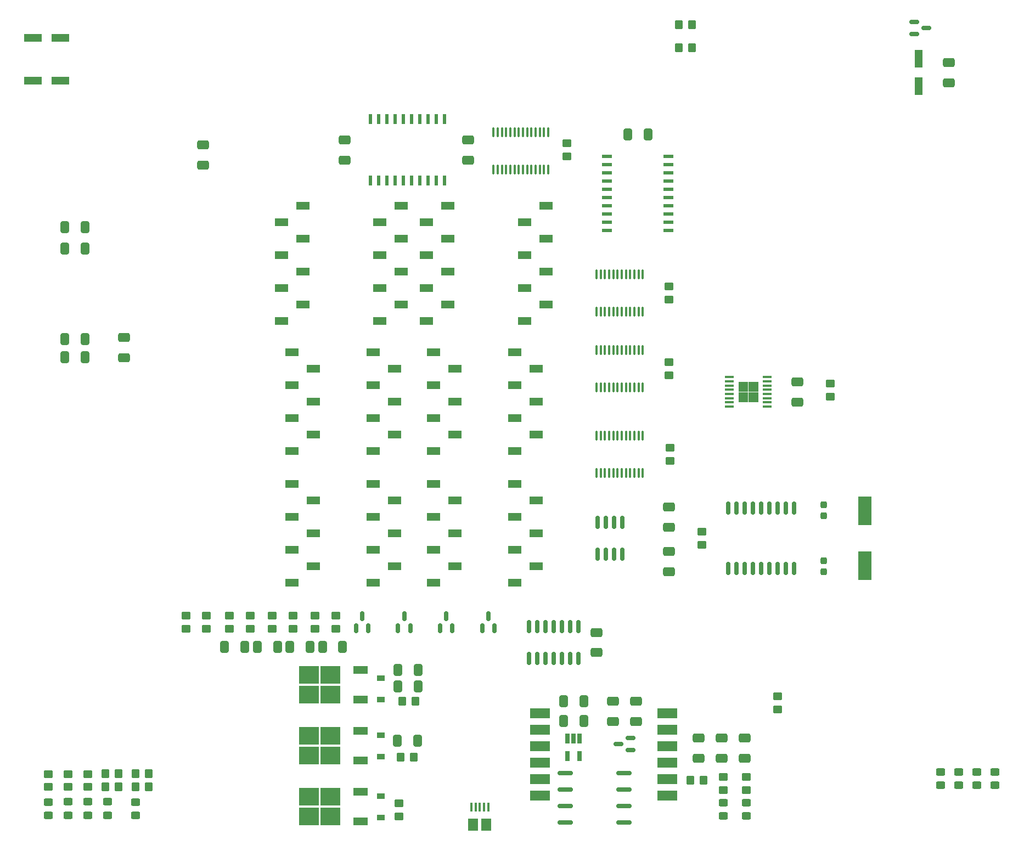
<source format=gtp>
%TF.GenerationSoftware,KiCad,Pcbnew,(6.0.1)*%
%TF.CreationDate,2023-04-18T18:32:32-04:00*%
%TF.ProjectId,Payload_PCB_v3.1,5061796c-6f61-4645-9f50-43425f76332e,rev?*%
%TF.SameCoordinates,Original*%
%TF.FileFunction,Paste,Top*%
%TF.FilePolarity,Positive*%
%FSLAX46Y46*%
G04 Gerber Fmt 4.6, Leading zero omitted, Abs format (unit mm)*
G04 Created by KiCad (PCBNEW (6.0.1)) date 2023-04-18 18:32:32*
%MOMM*%
%LPD*%
G01*
G04 APERTURE LIST*
G04 Aperture macros list*
%AMRoundRect*
0 Rectangle with rounded corners*
0 $1 Rounding radius*
0 $2 $3 $4 $5 $6 $7 $8 $9 X,Y pos of 4 corners*
0 Add a 4 corners polygon primitive as box body*
4,1,4,$2,$3,$4,$5,$6,$7,$8,$9,$2,$3,0*
0 Add four circle primitives for the rounded corners*
1,1,$1+$1,$2,$3*
1,1,$1+$1,$4,$5*
1,1,$1+$1,$6,$7*
1,1,$1+$1,$8,$9*
0 Add four rect primitives between the rounded corners*
20,1,$1+$1,$2,$3,$4,$5,0*
20,1,$1+$1,$4,$5,$6,$7,0*
20,1,$1+$1,$6,$7,$8,$9,0*
20,1,$1+$1,$8,$9,$2,$3,0*%
G04 Aperture macros list end*
%ADD10C,0.100000*%
%ADD11RoundRect,0.250000X-0.650000X0.412500X-0.650000X-0.412500X0.650000X-0.412500X0.650000X0.412500X0*%
%ADD12RoundRect,0.100000X0.100000X-0.637500X0.100000X0.637500X-0.100000X0.637500X-0.100000X-0.637500X0*%
%ADD13RoundRect,0.250000X-0.450000X0.350000X-0.450000X-0.350000X0.450000X-0.350000X0.450000X0.350000X0*%
%ADD14R,0.400000X1.350000*%
%ADD15R,1.500000X1.900000*%
%ADD16RoundRect,0.250000X0.650000X-0.412500X0.650000X0.412500X-0.650000X0.412500X-0.650000X-0.412500X0*%
%ADD17RoundRect,0.250000X0.450000X-0.325000X0.450000X0.325000X-0.450000X0.325000X-0.450000X-0.325000X0*%
%ADD18RoundRect,0.250000X0.412500X0.650000X-0.412500X0.650000X-0.412500X-0.650000X0.412500X-0.650000X0*%
%ADD19RoundRect,0.250000X-0.350000X-0.450000X0.350000X-0.450000X0.350000X0.450000X-0.350000X0.450000X0*%
%ADD20RoundRect,0.250000X0.450000X-0.350000X0.450000X0.350000X-0.450000X0.350000X-0.450000X-0.350000X0*%
%ADD21RoundRect,0.250000X-0.412500X-0.650000X0.412500X-0.650000X0.412500X0.650000X-0.412500X0.650000X0*%
%ADD22R,2.717800X1.219200*%
%ADD23RoundRect,0.162500X-1.012500X-0.162500X1.012500X-0.162500X1.012500X0.162500X-1.012500X0.162500X0*%
%ADD24RoundRect,0.250000X0.350000X0.450000X-0.350000X0.450000X-0.350000X-0.450000X0.350000X-0.450000X0*%
%ADD25RoundRect,0.100000X-0.100000X0.637500X-0.100000X-0.637500X0.100000X-0.637500X0.100000X0.637500X0*%
%ADD26RoundRect,0.150000X0.150000X-0.825000X0.150000X0.825000X-0.150000X0.825000X-0.150000X-0.825000X0*%
%ADD27R,3.050000X2.750000*%
%ADD28R,2.200000X1.200000*%
%ADD29RoundRect,0.250000X-0.450000X0.325000X-0.450000X-0.325000X0.450000X-0.325000X0.450000X0.325000X0*%
%ADD30RoundRect,0.150000X-0.587500X-0.150000X0.587500X-0.150000X0.587500X0.150000X-0.587500X0.150000X0*%
%ADD31RoundRect,0.150000X0.150000X-0.587500X0.150000X0.587500X-0.150000X0.587500X-0.150000X-0.587500X0*%
%ADD32R,1.500000X0.600000*%
%ADD33R,2.100000X1.200000*%
%ADD34R,1.473200X0.355600*%
%ADD35RoundRect,0.237500X0.237500X-0.300000X0.237500X0.300000X-0.237500X0.300000X-0.237500X-0.300000X0*%
%ADD36R,1.219200X2.717800*%
%ADD37RoundRect,0.237500X-0.237500X0.300000X-0.237500X-0.300000X0.237500X-0.300000X0.237500X0.300000X0*%
%ADD38R,1.200000X0.900000*%
%ADD39R,3.150000X1.524000*%
%ADD40RoundRect,0.150000X0.150000X-0.875000X0.150000X0.875000X-0.150000X0.875000X-0.150000X-0.875000X0*%
%ADD41R,0.650000X1.560000*%
%ADD42R,2.000000X4.500000*%
%ADD43R,0.600000X1.500000*%
%ADD44RoundRect,0.150000X0.587500X0.150000X-0.587500X0.150000X-0.587500X-0.150000X0.587500X-0.150000X0*%
G04 APERTURE END LIST*
D10*
%TO.C,U17*%
X173505800Y-93318000D02*
X173505800Y-94718200D01*
X173505800Y-94718200D02*
X174906000Y-94718200D01*
X174906000Y-94718200D02*
X174906000Y-93318000D01*
X174906000Y-93318000D02*
X173505800Y-93318000D01*
G36*
X174906000Y-94718200D02*
G01*
X173505800Y-94718200D01*
X173505800Y-93318000D01*
X174906000Y-93318000D01*
X174906000Y-94718200D01*
G37*
X174906000Y-94718200D02*
X173505800Y-94718200D01*
X173505800Y-93318000D01*
X174906000Y-93318000D01*
X174906000Y-94718200D01*
X175106000Y-91717800D02*
X175106000Y-93118000D01*
X175106000Y-93118000D02*
X176506200Y-93118000D01*
X176506200Y-93118000D02*
X176506200Y-91717800D01*
X176506200Y-91717800D02*
X175106000Y-91717800D01*
G36*
X176506200Y-93118000D02*
G01*
X175106000Y-93118000D01*
X175106000Y-91717800D01*
X176506200Y-91717800D01*
X176506200Y-93118000D01*
G37*
X176506200Y-93118000D02*
X175106000Y-93118000D01*
X175106000Y-91717800D01*
X176506200Y-91717800D01*
X176506200Y-93118000D01*
X173505800Y-91717800D02*
X173505800Y-93118000D01*
X173505800Y-93118000D02*
X174906000Y-93118000D01*
X174906000Y-93118000D02*
X174906000Y-91717800D01*
X174906000Y-91717800D02*
X173505800Y-91717800D01*
G36*
X174906000Y-93118000D02*
G01*
X173505800Y-93118000D01*
X173505800Y-91717800D01*
X174906000Y-91717800D01*
X174906000Y-93118000D01*
G37*
X174906000Y-93118000D02*
X173505800Y-93118000D01*
X173505800Y-91717800D01*
X174906000Y-91717800D01*
X174906000Y-93118000D01*
X175106000Y-93318000D02*
X175106000Y-94718200D01*
X175106000Y-94718200D02*
X176506200Y-94718200D01*
X176506200Y-94718200D02*
X176506200Y-93318000D01*
X176506200Y-93318000D02*
X175106000Y-93318000D01*
G36*
X176506200Y-94718200D02*
G01*
X175106000Y-94718200D01*
X175106000Y-93318000D01*
X176506200Y-93318000D01*
X176506200Y-94718200D01*
G37*
X176506200Y-94718200D02*
X175106000Y-94718200D01*
X175106000Y-93318000D01*
X176506200Y-93318000D01*
X176506200Y-94718200D01*
%TD*%
D11*
%TO.C,C19*%
X151638000Y-130328500D03*
X151638000Y-133453500D03*
%TD*%
D12*
%TO.C,U16*%
X135729000Y-58869500D03*
X136379000Y-58869500D03*
X137029000Y-58869500D03*
X137679000Y-58869500D03*
X138329000Y-58869500D03*
X138979000Y-58869500D03*
X139629000Y-58869500D03*
X140279000Y-58869500D03*
X140929000Y-58869500D03*
X141579000Y-58869500D03*
X142229000Y-58869500D03*
X142879000Y-58869500D03*
X143529000Y-58869500D03*
X144179000Y-58869500D03*
X144179000Y-53144500D03*
X143529000Y-53144500D03*
X142879000Y-53144500D03*
X142229000Y-53144500D03*
X141579000Y-53144500D03*
X140929000Y-53144500D03*
X140279000Y-53144500D03*
X139629000Y-53144500D03*
X138979000Y-53144500D03*
X138329000Y-53144500D03*
X137679000Y-53144500D03*
X137029000Y-53144500D03*
X136379000Y-53144500D03*
X135729000Y-53144500D03*
%TD*%
D13*
%TO.C,R13*%
X104775000Y-127778000D03*
X104775000Y-129778000D03*
%TD*%
D14*
%TO.C,J18*%
X132304000Y-157287500D03*
X132954000Y-157287500D03*
X133604000Y-157287500D03*
X134254000Y-157287500D03*
X134904000Y-157287500D03*
D15*
X134604000Y-159987500D03*
X132604000Y-159987500D03*
%TD*%
D13*
%TO.C,R25*%
X187706000Y-91964000D03*
X187706000Y-93964000D03*
%TD*%
D11*
%TO.C,C26*%
X182626000Y-91655500D03*
X182626000Y-94780500D03*
%TD*%
%TO.C,C29*%
X162814000Y-110959500D03*
X162814000Y-114084500D03*
%TD*%
D16*
%TO.C,C13*%
X78740000Y-87922500D03*
X78740000Y-84797500D03*
%TD*%
D17*
%TO.C,D6*%
X80518000Y-158539000D03*
X80518000Y-156489000D03*
%TD*%
D18*
%TO.C,C12*%
X72682500Y-67818000D03*
X69557500Y-67818000D03*
%TD*%
D19*
%TO.C,R3*%
X121428000Y-149606000D03*
X123428000Y-149606000D03*
%TD*%
D20*
%TO.C,R18*%
X70104000Y-154178000D03*
X70104000Y-152178000D03*
%TD*%
D21*
%TO.C,C17*%
X104304700Y-132588000D03*
X107429700Y-132588000D03*
%TD*%
D18*
%TO.C,C7*%
X72682500Y-87884000D03*
X69557500Y-87884000D03*
%TD*%
D13*
%TO.C,R11*%
X91440000Y-127762000D03*
X91440000Y-129762000D03*
%TD*%
D22*
%TO.C,C5*%
X68897500Y-38608000D03*
X64706500Y-38608000D03*
%TD*%
D19*
%TO.C,R15*%
X75835000Y-154194000D03*
X77835000Y-154194000D03*
%TD*%
D23*
%TO.C,U19*%
X146779000Y-152019000D03*
X146779000Y-154559000D03*
X146779000Y-157099000D03*
X146779000Y-159639000D03*
X155829000Y-159639000D03*
X155829000Y-157099000D03*
X155829000Y-154559000D03*
X155829000Y-152019000D03*
%TD*%
D24*
%TO.C,R23*%
X166354000Y-40132000D03*
X164354000Y-40132000D03*
%TD*%
D21*
%TO.C,C18*%
X109333900Y-132588000D03*
X112458900Y-132588000D03*
%TD*%
D20*
%TO.C,R8*%
X94996000Y-129778000D03*
X94996000Y-127778000D03*
%TD*%
D18*
%TO.C,C8*%
X72682500Y-85090000D03*
X69557500Y-85090000D03*
%TD*%
D25*
%TO.C,U7*%
X158769000Y-75115500D03*
X158119000Y-75115500D03*
X157469000Y-75115500D03*
X156819000Y-75115500D03*
X156169000Y-75115500D03*
X155519000Y-75115500D03*
X154869000Y-75115500D03*
X154219000Y-75115500D03*
X153569000Y-75115500D03*
X152919000Y-75115500D03*
X152269000Y-75115500D03*
X151619000Y-75115500D03*
X151619000Y-80840500D03*
X152269000Y-80840500D03*
X152919000Y-80840500D03*
X153569000Y-80840500D03*
X154219000Y-80840500D03*
X154869000Y-80840500D03*
X155519000Y-80840500D03*
X156169000Y-80840500D03*
X156819000Y-80840500D03*
X157469000Y-80840500D03*
X158119000Y-80840500D03*
X158769000Y-80840500D03*
%TD*%
D11*
%TO.C,C33*%
X170942000Y-146646500D03*
X170942000Y-149771500D03*
%TD*%
D17*
%TO.C,D8*%
X67056000Y-158539000D03*
X67056000Y-156489000D03*
%TD*%
D26*
%TO.C,U22*%
X151765000Y-118299000D03*
X153035000Y-118299000D03*
X154305000Y-118299000D03*
X155575000Y-118299000D03*
X155575000Y-113349000D03*
X154305000Y-113349000D03*
X153035000Y-113349000D03*
X151765000Y-113349000D03*
%TD*%
D27*
%TO.C,Q3*%
X107223000Y-158751000D03*
X110573000Y-155701000D03*
X110573000Y-158751000D03*
X107223000Y-155701000D03*
D28*
X115198000Y-159506000D03*
X115198000Y-154946000D03*
%TD*%
D21*
%TO.C,C15*%
X94234000Y-132588000D03*
X97359000Y-132588000D03*
%TD*%
D29*
%TO.C,D16*%
X210312000Y-151883000D03*
X210312000Y-153933000D03*
%TD*%
D13*
%TO.C,R1*%
X162814000Y-76978000D03*
X162814000Y-78978000D03*
%TD*%
D30*
%TO.C,Q4*%
X200611500Y-36134000D03*
X200611500Y-38034000D03*
X202486500Y-37084000D03*
%TD*%
D13*
%TO.C,R14*%
X111379000Y-127762000D03*
X111379000Y-129762000D03*
%TD*%
D21*
%TO.C,C27*%
X146519500Y-144018000D03*
X149644500Y-144018000D03*
%TD*%
D26*
%TO.C,U13*%
X141224000Y-134366000D03*
X142494000Y-134366000D03*
X143764000Y-134366000D03*
X145034000Y-134366000D03*
X146304000Y-134366000D03*
X147574000Y-134366000D03*
X148844000Y-134366000D03*
X148844000Y-129416000D03*
X147574000Y-129416000D03*
X146304000Y-129416000D03*
X145034000Y-129416000D03*
X143764000Y-129416000D03*
X142494000Y-129416000D03*
X141224000Y-129416000D03*
%TD*%
D16*
%TO.C,C22*%
X205994000Y-45504500D03*
X205994000Y-42379500D03*
%TD*%
D20*
%TO.C,R5*%
X88265000Y-129762000D03*
X88265000Y-127762000D03*
%TD*%
D31*
%TO.C,D11*%
X127493000Y-129715500D03*
X129393000Y-129715500D03*
X128443000Y-127840500D03*
%TD*%
D32*
%TO.C,U15*%
X153238000Y-56896000D03*
X153238000Y-58166000D03*
X153238000Y-59436000D03*
X153238000Y-60706000D03*
X153238000Y-61976000D03*
X153238000Y-63246000D03*
X153238000Y-64516000D03*
X153238000Y-65786000D03*
X153238000Y-67056000D03*
X153238000Y-68326000D03*
X162738000Y-68326000D03*
X162738000Y-67056000D03*
X162738000Y-65786000D03*
X162738000Y-64516000D03*
X162738000Y-63246000D03*
X162738000Y-61976000D03*
X162738000Y-60706000D03*
X162738000Y-59436000D03*
X162738000Y-58166000D03*
X162738000Y-56896000D03*
%TD*%
D24*
%TO.C,R22*%
X166354000Y-36576000D03*
X164354000Y-36576000D03*
%TD*%
D22*
%TO.C,C10*%
X68897500Y-45212000D03*
X64706500Y-45212000D03*
%TD*%
D13*
%TO.C,R27*%
X171196000Y-152670000D03*
X171196000Y-154670000D03*
%TD*%
D20*
%TO.C,R17*%
X73152000Y-154178000D03*
X73152000Y-152178000D03*
%TD*%
D27*
%TO.C,Q1*%
X107223000Y-139955000D03*
X110573000Y-139955000D03*
X110573000Y-136905000D03*
X107223000Y-136905000D03*
D28*
X115198000Y-140710000D03*
X115198000Y-136150000D03*
%TD*%
D24*
%TO.C,R21*%
X82534000Y-152146000D03*
X80534000Y-152146000D03*
%TD*%
D13*
%TO.C,R26*%
X174752000Y-152670000D03*
X174752000Y-154670000D03*
%TD*%
D29*
%TO.C,D15*%
X213106000Y-151883000D03*
X213106000Y-153933000D03*
%TD*%
D33*
%TO.C,U6*%
X126446000Y-107433000D03*
X129746000Y-109973000D03*
X126446000Y-112513000D03*
X129746000Y-115053000D03*
X126446000Y-117593000D03*
X129746000Y-120133000D03*
X126446000Y-122673000D03*
X138966000Y-122629000D03*
X142266000Y-120089000D03*
X138966000Y-117549000D03*
X142266000Y-115009000D03*
X138966000Y-112469000D03*
X142266000Y-109929000D03*
X138966000Y-107389000D03*
%TD*%
D34*
%TO.C,U17*%
X172085000Y-90943001D03*
X172085000Y-91592999D03*
X172085000Y-92243001D03*
X172085000Y-92892999D03*
X172085000Y-93542998D03*
X172085000Y-94192999D03*
X172085000Y-94842998D03*
X172085000Y-95492999D03*
X177927000Y-95492999D03*
X177927000Y-94843001D03*
X177927000Y-94192999D03*
X177927000Y-93543001D03*
X177927000Y-92893002D03*
X177927000Y-92243001D03*
X177927000Y-91593002D03*
X177927000Y-90943001D03*
%TD*%
D35*
%TO.C,C30*%
X186690000Y-112368500D03*
X186690000Y-110643500D03*
%TD*%
D11*
%TO.C,C32*%
X157734000Y-140931500D03*
X157734000Y-144056500D03*
%TD*%
D19*
%TO.C,R16*%
X80534000Y-154178000D03*
X82534000Y-154178000D03*
%TD*%
D36*
%TO.C,C20*%
X201295000Y-41846500D03*
X201295000Y-46037500D03*
%TD*%
D37*
%TO.C,C31*%
X186690000Y-119279500D03*
X186690000Y-121004500D03*
%TD*%
D38*
%TO.C,D3*%
X118364000Y-155576000D03*
X118364000Y-158876000D03*
%TD*%
D13*
%TO.C,R12*%
X98171000Y-127778000D03*
X98171000Y-129778000D03*
%TD*%
D18*
%TO.C,C23*%
X159550500Y-53467000D03*
X156425500Y-53467000D03*
%TD*%
D17*
%TO.C,D18*%
X171196000Y-158648000D03*
X171196000Y-156598000D03*
%TD*%
D27*
%TO.C,Q2*%
X107223000Y-149353000D03*
X110573000Y-149353000D03*
X110573000Y-146303000D03*
X107223000Y-146303000D03*
D28*
X115198000Y-150108000D03*
X115198000Y-145548000D03*
%TD*%
D33*
%TO.C,U1*%
X106330000Y-64518000D03*
X103030000Y-67058000D03*
X106330000Y-69598000D03*
X103030000Y-72138000D03*
X106330000Y-74678000D03*
X103030000Y-77218000D03*
X106330000Y-79758000D03*
X103030000Y-82298000D03*
X118198000Y-82296000D03*
X121498000Y-79756000D03*
X118198000Y-77216000D03*
X121498000Y-74676000D03*
X118198000Y-72136000D03*
X121498000Y-69596000D03*
X118198000Y-67056000D03*
X121498000Y-64516000D03*
%TD*%
D25*
%TO.C,U8*%
X158769000Y-86799500D03*
X158119000Y-86799500D03*
X157469000Y-86799500D03*
X156819000Y-86799500D03*
X156169000Y-86799500D03*
X155519000Y-86799500D03*
X154869000Y-86799500D03*
X154219000Y-86799500D03*
X153569000Y-86799500D03*
X152919000Y-86799500D03*
X152269000Y-86799500D03*
X151619000Y-86799500D03*
X151619000Y-92524500D03*
X152269000Y-92524500D03*
X152919000Y-92524500D03*
X153569000Y-92524500D03*
X154219000Y-92524500D03*
X154869000Y-92524500D03*
X155519000Y-92524500D03*
X156169000Y-92524500D03*
X156819000Y-92524500D03*
X157469000Y-92524500D03*
X158119000Y-92524500D03*
X158769000Y-92524500D03*
%TD*%
D18*
%TO.C,C11*%
X72682500Y-71120000D03*
X69557500Y-71120000D03*
%TD*%
D13*
%TO.C,R7*%
X162814000Y-88646000D03*
X162814000Y-90646000D03*
%TD*%
D17*
%TO.C,D7*%
X70104000Y-158530000D03*
X70104000Y-156480000D03*
%TD*%
D33*
%TO.C,U5*%
X104602000Y-107433000D03*
X107902000Y-109973000D03*
X104602000Y-112513000D03*
X107902000Y-115053000D03*
X104602000Y-117593000D03*
X107902000Y-120133000D03*
X104602000Y-122673000D03*
X117122000Y-122629000D03*
X120422000Y-120089000D03*
X117122000Y-117549000D03*
X120422000Y-115009000D03*
X117122000Y-112469000D03*
X120422000Y-109929000D03*
X117122000Y-107389000D03*
%TD*%
D20*
%TO.C,R6*%
X101600000Y-129778000D03*
X101600000Y-127778000D03*
%TD*%
D31*
%TO.C,D12*%
X133993000Y-129715500D03*
X135893000Y-129715500D03*
X134943000Y-127840500D03*
%TD*%
D39*
%TO.C,J13*%
X162505747Y-155521500D03*
X162505747Y-152981500D03*
X162505747Y-150441500D03*
X162505747Y-147901500D03*
X162505747Y-145361500D03*
X162505747Y-142821500D03*
X142905751Y-142821500D03*
X142905751Y-145361500D03*
X142905751Y-147901500D03*
X142905751Y-150441500D03*
X142905751Y-152981500D03*
X142905751Y-155521500D03*
%TD*%
D40*
%TO.C,U23*%
X171958000Y-120474000D03*
X173228000Y-120474000D03*
X174498000Y-120474000D03*
X175768000Y-120474000D03*
X177038000Y-120474000D03*
X178308000Y-120474000D03*
X179578000Y-120474000D03*
X180848000Y-120474000D03*
X182118000Y-120474000D03*
X182118000Y-111174000D03*
X180848000Y-111174000D03*
X179578000Y-111174000D03*
X178308000Y-111174000D03*
X177038000Y-111174000D03*
X175768000Y-111174000D03*
X174498000Y-111174000D03*
X173228000Y-111174000D03*
X171958000Y-111174000D03*
%TD*%
D16*
%TO.C,C21*%
X131826000Y-57442500D03*
X131826000Y-54317500D03*
%TD*%
D13*
%TO.C,R10*%
X162941000Y-101870000D03*
X162941000Y-103870000D03*
%TD*%
D25*
%TO.C,U10*%
X158769000Y-100007500D03*
X158119000Y-100007500D03*
X157469000Y-100007500D03*
X156819000Y-100007500D03*
X156169000Y-100007500D03*
X155519000Y-100007500D03*
X154869000Y-100007500D03*
X154219000Y-100007500D03*
X153569000Y-100007500D03*
X152919000Y-100007500D03*
X152269000Y-100007500D03*
X151619000Y-100007500D03*
X151619000Y-105732500D03*
X152269000Y-105732500D03*
X152919000Y-105732500D03*
X153569000Y-105732500D03*
X154219000Y-105732500D03*
X154869000Y-105732500D03*
X155519000Y-105732500D03*
X156169000Y-105732500D03*
X156819000Y-105732500D03*
X157469000Y-105732500D03*
X158119000Y-105732500D03*
X158769000Y-105732500D03*
%TD*%
D20*
%TO.C,R19*%
X67056000Y-154178000D03*
X67056000Y-152178000D03*
%TD*%
D16*
%TO.C,C2*%
X90932000Y-58204500D03*
X90932000Y-55079500D03*
%TD*%
D20*
%TO.C,R24*%
X147066000Y-56880000D03*
X147066000Y-54880000D03*
%TD*%
D41*
%TO.C,U20*%
X149032000Y-146732000D03*
X148082000Y-146732000D03*
X147132000Y-146732000D03*
X147132000Y-149432000D03*
X149032000Y-149432000D03*
%TD*%
D20*
%TO.C,R9*%
X108204000Y-129762000D03*
X108204000Y-127762000D03*
%TD*%
D31*
%TO.C,D9*%
X114493000Y-129715500D03*
X116393000Y-129715500D03*
X115443000Y-127840500D03*
%TD*%
D33*
%TO.C,U4*%
X126446000Y-87113000D03*
X129746000Y-89653000D03*
X126446000Y-92193000D03*
X129746000Y-94733000D03*
X126446000Y-97273000D03*
X129746000Y-99813000D03*
X126446000Y-102353000D03*
X138966000Y-102309000D03*
X142266000Y-99769000D03*
X138966000Y-97229000D03*
X142266000Y-94689000D03*
X138966000Y-92149000D03*
X142266000Y-89609000D03*
X138966000Y-87069000D03*
%TD*%
D38*
%TO.C,D1*%
X118325500Y-137415000D03*
X118325500Y-140715000D03*
%TD*%
D33*
%TO.C,U3*%
X104602000Y-87113000D03*
X107902000Y-89653000D03*
X104602000Y-92193000D03*
X107902000Y-94733000D03*
X104602000Y-97273000D03*
X107902000Y-99813000D03*
X104602000Y-102353000D03*
X117122000Y-102309000D03*
X120422000Y-99769000D03*
X117122000Y-97229000D03*
X120422000Y-94689000D03*
X117122000Y-92149000D03*
X120422000Y-89609000D03*
X117122000Y-87069000D03*
%TD*%
D19*
%TO.C,R2*%
X121682000Y-140970000D03*
X123682000Y-140970000D03*
%TD*%
D20*
%TO.C,R4*%
X121158000Y-158734000D03*
X121158000Y-156734000D03*
%TD*%
%TO.C,R30*%
X167894000Y-116824000D03*
X167894000Y-114824000D03*
%TD*%
D31*
%TO.C,D10*%
X120993000Y-129715500D03*
X122893000Y-129715500D03*
X121943000Y-127840500D03*
%TD*%
D24*
%TO.C,R20*%
X77835000Y-152162000D03*
X75835000Y-152162000D03*
%TD*%
D18*
%TO.C,C1*%
X124117500Y-136144000D03*
X120992500Y-136144000D03*
%TD*%
D17*
%TO.C,D5*%
X73152000Y-158530000D03*
X73152000Y-156480000D03*
%TD*%
D11*
%TO.C,C24*%
X112776000Y-54317500D03*
X112776000Y-57442500D03*
%TD*%
D29*
%TO.C,D14*%
X207518000Y-151883000D03*
X207518000Y-153933000D03*
%TD*%
D38*
%TO.C,D2*%
X118364000Y-146178000D03*
X118364000Y-149478000D03*
%TD*%
D17*
%TO.C,D17*%
X174752000Y-158641000D03*
X174752000Y-156591000D03*
%TD*%
D11*
%TO.C,C14*%
X154178000Y-140931500D03*
X154178000Y-144056500D03*
%TD*%
%TO.C,C36*%
X174498000Y-146646500D03*
X174498000Y-149771500D03*
%TD*%
D21*
%TO.C,C16*%
X99275500Y-132588000D03*
X102400500Y-132588000D03*
%TD*%
D24*
%TO.C,R28*%
X168132000Y-153162000D03*
X166132000Y-153162000D03*
%TD*%
D42*
%TO.C,Y1*%
X193040000Y-120074000D03*
X193040000Y-111574000D03*
%TD*%
D29*
%TO.C,D13*%
X204724000Y-151883000D03*
X204724000Y-153933000D03*
%TD*%
D43*
%TO.C,U18*%
X116713000Y-60630000D03*
X117983000Y-60630000D03*
X119253000Y-60630000D03*
X120523000Y-60630000D03*
X121793000Y-60630000D03*
X123063000Y-60630000D03*
X124333000Y-60630000D03*
X125603000Y-60630000D03*
X126873000Y-60630000D03*
X128143000Y-60630000D03*
X128143000Y-51130000D03*
X126873000Y-51130000D03*
X125603000Y-51130000D03*
X124333000Y-51130000D03*
X123063000Y-51130000D03*
X121793000Y-51130000D03*
X120523000Y-51130000D03*
X119253000Y-51130000D03*
X117983000Y-51130000D03*
X116713000Y-51130000D03*
%TD*%
D13*
%TO.C,R29*%
X179578000Y-140224000D03*
X179578000Y-142224000D03*
%TD*%
D17*
%TO.C,D4*%
X76200000Y-158530000D03*
X76200000Y-156480000D03*
%TD*%
D44*
%TO.C,D19*%
X156893500Y-148524000D03*
X156893500Y-146624000D03*
X155018500Y-147574000D03*
%TD*%
D18*
%TO.C,C3*%
X123990500Y-147066000D03*
X120865500Y-147066000D03*
%TD*%
D16*
%TO.C,C35*%
X162814000Y-120942500D03*
X162814000Y-117817500D03*
%TD*%
D18*
%TO.C,C4*%
X124117500Y-138684000D03*
X120992500Y-138684000D03*
%TD*%
D11*
%TO.C,C28*%
X167386000Y-146646500D03*
X167386000Y-149771500D03*
%TD*%
D21*
%TO.C,C34*%
X146519500Y-140970000D03*
X149644500Y-140970000D03*
%TD*%
D33*
%TO.C,U2*%
X128682000Y-64518000D03*
X125382000Y-67058000D03*
X128682000Y-69598000D03*
X125382000Y-72138000D03*
X128682000Y-74678000D03*
X125382000Y-77218000D03*
X128682000Y-79758000D03*
X125382000Y-82298000D03*
X140550000Y-82296000D03*
X143850000Y-79756000D03*
X140550000Y-77216000D03*
X143850000Y-74676000D03*
X140550000Y-72136000D03*
X143850000Y-69596000D03*
X140550000Y-67056000D03*
X143850000Y-64516000D03*
%TD*%
M02*

</source>
